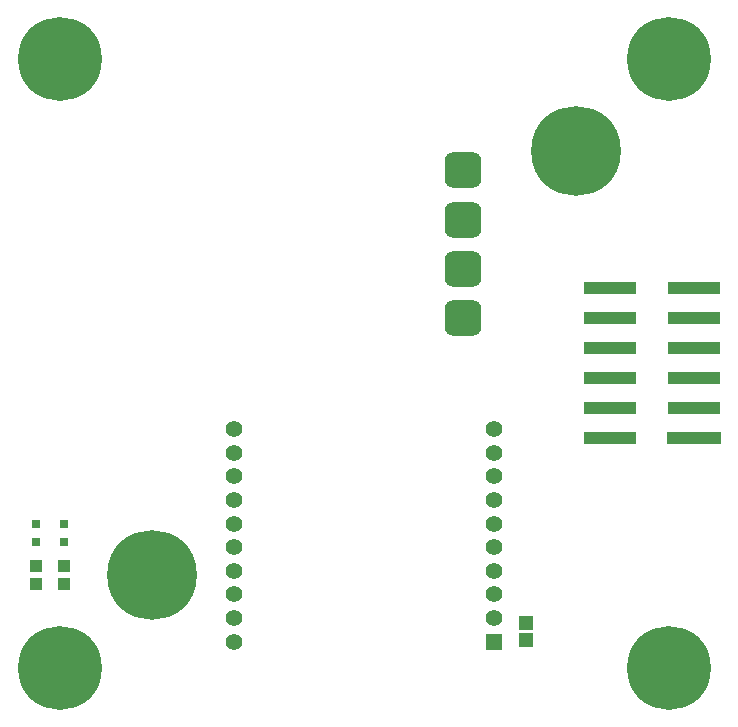
<source format=gbr>
%TF.GenerationSoftware,Altium Limited,Altium Designer,24.2.2 (26)*%
G04 Layer_Color=8388736*
%FSLAX45Y45*%
%MOMM*%
%TF.SameCoordinates,7B2EFB22-2454-4570-B993-6C8DBF9E02C9*%
%TF.FilePolarity,Negative*%
%TF.FileFunction,Soldermask,Top*%
%TF.Part,Single*%
G01*
G75*
%TA.AperFunction,SMDPad,CuDef*%
%ADD12R,0.80000X0.80000*%
%TA.AperFunction,ComponentPad*%
%ADD20R,1.40000X1.40000*%
%ADD21C,1.40000*%
%TA.AperFunction,SMDPad,CuDef*%
%ADD32R,1.20320X1.25320*%
%ADD33R,1.10320X1.05320*%
%ADD34R,4.60000X1.10000*%
%ADD35R,4.42000X1.10000*%
%TA.AperFunction,ComponentPad*%
G04:AMPARAMS|DCode=36|XSize=3.1mm|YSize=3.1mm|CornerRadius=0.8mm|HoleSize=0mm|Usage=FLASHONLY|Rotation=0.000|XOffset=0mm|YOffset=0mm|HoleType=Round|Shape=RoundedRectangle|*
%AMROUNDEDRECTD36*
21,1,3.10000,1.50000,0,0,0.0*
21,1,1.50000,3.10000,0,0,0.0*
1,1,1.60000,0.75000,-0.75000*
1,1,1.60000,-0.75000,-0.75000*
1,1,1.60000,-0.75000,0.75000*
1,1,1.60000,0.75000,0.75000*
%
%ADD36ROUNDEDRECTD36*%
%ADD37C,1.20000*%
%TA.AperFunction,ViaPad*%
%ADD38C,7.10000*%
%ADD39C,7.60000*%
D12*
X637540Y1812360D02*
D03*
Y1662360D02*
D03*
X396240Y1812360D02*
D03*
Y1662360D02*
D03*
D20*
X4275000Y817880D02*
D03*
D21*
Y1017880D02*
D03*
Y1217880D02*
D03*
Y1417880D02*
D03*
Y1617880D02*
D03*
Y1817880D02*
D03*
Y2017880D02*
D03*
Y2217880D02*
D03*
Y2417880D02*
D03*
Y2617880D02*
D03*
X2075000D02*
D03*
Y2417880D02*
D03*
Y2217880D02*
D03*
Y2017880D02*
D03*
Y1817880D02*
D03*
Y1617880D02*
D03*
Y1417880D02*
D03*
Y1217880D02*
D03*
Y1017880D02*
D03*
Y817880D02*
D03*
D32*
X4544060Y977900D02*
D03*
Y827900D02*
D03*
D33*
X637540Y1304260D02*
D03*
Y1459260D02*
D03*
X396240Y1304260D02*
D03*
Y1459260D02*
D03*
D34*
X5965400Y2540000D02*
D03*
D35*
Y2794000D02*
D03*
Y3048000D02*
D03*
Y3302000D02*
D03*
Y3556000D02*
D03*
Y3810000D02*
D03*
X5261400D02*
D03*
Y3556000D02*
D03*
Y3302000D02*
D03*
Y3048000D02*
D03*
Y2794000D02*
D03*
Y2540000D02*
D03*
D36*
X4015740Y4386580D02*
D03*
X4015700Y4811600D02*
D03*
X4015740Y3971600D02*
D03*
X4015700Y3556600D02*
D03*
D37*
X4015740Y4386580D02*
D03*
X4015700Y4811600D02*
D03*
X4015740Y3971600D02*
D03*
X4015700Y3556600D02*
D03*
D38*
X5753100Y5753100D02*
D03*
X596900Y596900D02*
D03*
X5753100D02*
D03*
X596900Y5753100D02*
D03*
D39*
X4971059Y4971059D02*
D03*
X1378941Y1378941D02*
D03*
%TF.MD5,1d4d54697ac7b10685026a01461a3eba*%
M02*

</source>
